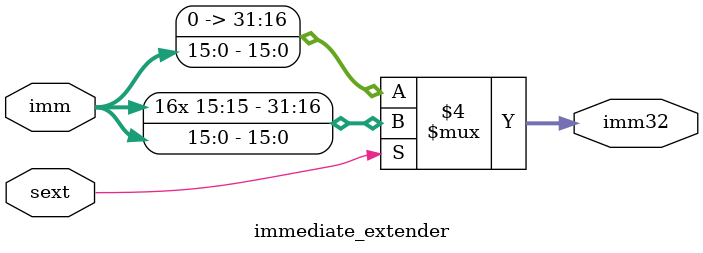
<source format=v>
`timescale 1ns / 1ps
module immediate_extender(
input [15:0] imm,
input sext,
output reg [31:0] imm32
);

always@(*)
begin
//slide 60 of the power point 
if(sext == 1)
    begin
         imm32[31:0] = { {16{imm[15]}}, imm[15:0] };
    end 
    else
    begin
        imm32 = { 16'd0, imm[15:0]};
    end
end
endmodule
</source>
